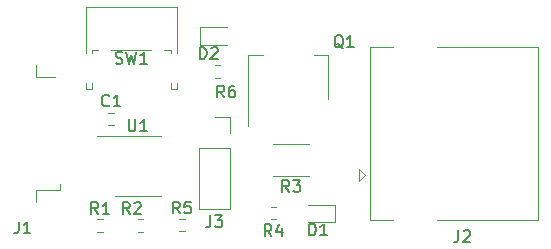
<source format=gbr>
%TF.GenerationSoftware,KiCad,Pcbnew,7.0.9*%
%TF.CreationDate,2024-04-25T13:42:10+02:00*%
%TF.ProjectId,UsbLoad,5573624c-6f61-4642-9e6b-696361645f70,rev?*%
%TF.SameCoordinates,Original*%
%TF.FileFunction,Legend,Top*%
%TF.FilePolarity,Positive*%
%FSLAX46Y46*%
G04 Gerber Fmt 4.6, Leading zero omitted, Abs format (unit mm)*
G04 Created by KiCad (PCBNEW 7.0.9) date 2024-04-25 13:42:10*
%MOMM*%
%LPD*%
G01*
G04 APERTURE LIST*
%ADD10C,0.150000*%
%ADD11C,0.120000*%
G04 APERTURE END LIST*
D10*
X83511905Y-52954819D02*
X83511905Y-51954819D01*
X83511905Y-51954819D02*
X83750000Y-51954819D01*
X83750000Y-51954819D02*
X83892857Y-52002438D01*
X83892857Y-52002438D02*
X83988095Y-52097676D01*
X83988095Y-52097676D02*
X84035714Y-52192914D01*
X84035714Y-52192914D02*
X84083333Y-52383390D01*
X84083333Y-52383390D02*
X84083333Y-52526247D01*
X84083333Y-52526247D02*
X84035714Y-52716723D01*
X84035714Y-52716723D02*
X83988095Y-52811961D01*
X83988095Y-52811961D02*
X83892857Y-52907200D01*
X83892857Y-52907200D02*
X83750000Y-52954819D01*
X83750000Y-52954819D02*
X83511905Y-52954819D01*
X84464286Y-52050057D02*
X84511905Y-52002438D01*
X84511905Y-52002438D02*
X84607143Y-51954819D01*
X84607143Y-51954819D02*
X84845238Y-51954819D01*
X84845238Y-51954819D02*
X84940476Y-52002438D01*
X84940476Y-52002438D02*
X84988095Y-52050057D01*
X84988095Y-52050057D02*
X85035714Y-52145295D01*
X85035714Y-52145295D02*
X85035714Y-52240533D01*
X85035714Y-52240533D02*
X84988095Y-52383390D01*
X84988095Y-52383390D02*
X84416667Y-52954819D01*
X84416667Y-52954819D02*
X85035714Y-52954819D01*
X85583333Y-56204819D02*
X85250000Y-55728628D01*
X85011905Y-56204819D02*
X85011905Y-55204819D01*
X85011905Y-55204819D02*
X85392857Y-55204819D01*
X85392857Y-55204819D02*
X85488095Y-55252438D01*
X85488095Y-55252438D02*
X85535714Y-55300057D01*
X85535714Y-55300057D02*
X85583333Y-55395295D01*
X85583333Y-55395295D02*
X85583333Y-55538152D01*
X85583333Y-55538152D02*
X85535714Y-55633390D01*
X85535714Y-55633390D02*
X85488095Y-55681009D01*
X85488095Y-55681009D02*
X85392857Y-55728628D01*
X85392857Y-55728628D02*
X85011905Y-55728628D01*
X86440476Y-55204819D02*
X86250000Y-55204819D01*
X86250000Y-55204819D02*
X86154762Y-55252438D01*
X86154762Y-55252438D02*
X86107143Y-55300057D01*
X86107143Y-55300057D02*
X86011905Y-55442914D01*
X86011905Y-55442914D02*
X85964286Y-55633390D01*
X85964286Y-55633390D02*
X85964286Y-56014342D01*
X85964286Y-56014342D02*
X86011905Y-56109580D01*
X86011905Y-56109580D02*
X86059524Y-56157200D01*
X86059524Y-56157200D02*
X86154762Y-56204819D01*
X86154762Y-56204819D02*
X86345238Y-56204819D01*
X86345238Y-56204819D02*
X86440476Y-56157200D01*
X86440476Y-56157200D02*
X86488095Y-56109580D01*
X86488095Y-56109580D02*
X86535714Y-56014342D01*
X86535714Y-56014342D02*
X86535714Y-55776247D01*
X86535714Y-55776247D02*
X86488095Y-55681009D01*
X86488095Y-55681009D02*
X86440476Y-55633390D01*
X86440476Y-55633390D02*
X86345238Y-55585771D01*
X86345238Y-55585771D02*
X86154762Y-55585771D01*
X86154762Y-55585771D02*
X86059524Y-55633390D01*
X86059524Y-55633390D02*
X86011905Y-55681009D01*
X86011905Y-55681009D02*
X85964286Y-55776247D01*
X75833333Y-56859580D02*
X75785714Y-56907200D01*
X75785714Y-56907200D02*
X75642857Y-56954819D01*
X75642857Y-56954819D02*
X75547619Y-56954819D01*
X75547619Y-56954819D02*
X75404762Y-56907200D01*
X75404762Y-56907200D02*
X75309524Y-56811961D01*
X75309524Y-56811961D02*
X75261905Y-56716723D01*
X75261905Y-56716723D02*
X75214286Y-56526247D01*
X75214286Y-56526247D02*
X75214286Y-56383390D01*
X75214286Y-56383390D02*
X75261905Y-56192914D01*
X75261905Y-56192914D02*
X75309524Y-56097676D01*
X75309524Y-56097676D02*
X75404762Y-56002438D01*
X75404762Y-56002438D02*
X75547619Y-55954819D01*
X75547619Y-55954819D02*
X75642857Y-55954819D01*
X75642857Y-55954819D02*
X75785714Y-56002438D01*
X75785714Y-56002438D02*
X75833333Y-56050057D01*
X76785714Y-56954819D02*
X76214286Y-56954819D01*
X76500000Y-56954819D02*
X76500000Y-55954819D01*
X76500000Y-55954819D02*
X76404762Y-56097676D01*
X76404762Y-56097676D02*
X76309524Y-56192914D01*
X76309524Y-56192914D02*
X76214286Y-56240533D01*
X74913333Y-66074819D02*
X74580000Y-65598628D01*
X74341905Y-66074819D02*
X74341905Y-65074819D01*
X74341905Y-65074819D02*
X74722857Y-65074819D01*
X74722857Y-65074819D02*
X74818095Y-65122438D01*
X74818095Y-65122438D02*
X74865714Y-65170057D01*
X74865714Y-65170057D02*
X74913333Y-65265295D01*
X74913333Y-65265295D02*
X74913333Y-65408152D01*
X74913333Y-65408152D02*
X74865714Y-65503390D01*
X74865714Y-65503390D02*
X74818095Y-65551009D01*
X74818095Y-65551009D02*
X74722857Y-65598628D01*
X74722857Y-65598628D02*
X74341905Y-65598628D01*
X75865714Y-66074819D02*
X75294286Y-66074819D01*
X75580000Y-66074819D02*
X75580000Y-65074819D01*
X75580000Y-65074819D02*
X75484762Y-65217676D01*
X75484762Y-65217676D02*
X75389524Y-65312914D01*
X75389524Y-65312914D02*
X75294286Y-65360533D01*
X77488095Y-58054819D02*
X77488095Y-58864342D01*
X77488095Y-58864342D02*
X77535714Y-58959580D01*
X77535714Y-58959580D02*
X77583333Y-59007200D01*
X77583333Y-59007200D02*
X77678571Y-59054819D01*
X77678571Y-59054819D02*
X77869047Y-59054819D01*
X77869047Y-59054819D02*
X77964285Y-59007200D01*
X77964285Y-59007200D02*
X78011904Y-58959580D01*
X78011904Y-58959580D02*
X78059523Y-58864342D01*
X78059523Y-58864342D02*
X78059523Y-58054819D01*
X79059523Y-59054819D02*
X78488095Y-59054819D01*
X78773809Y-59054819D02*
X78773809Y-58054819D01*
X78773809Y-58054819D02*
X78678571Y-58197676D01*
X78678571Y-58197676D02*
X78583333Y-58292914D01*
X78583333Y-58292914D02*
X78488095Y-58340533D01*
X68166666Y-66704819D02*
X68166666Y-67419104D01*
X68166666Y-67419104D02*
X68119047Y-67561961D01*
X68119047Y-67561961D02*
X68023809Y-67657200D01*
X68023809Y-67657200D02*
X67880952Y-67704819D01*
X67880952Y-67704819D02*
X67785714Y-67704819D01*
X69166666Y-67704819D02*
X68595238Y-67704819D01*
X68880952Y-67704819D02*
X68880952Y-66704819D01*
X68880952Y-66704819D02*
X68785714Y-66847676D01*
X68785714Y-66847676D02*
X68690476Y-66942914D01*
X68690476Y-66942914D02*
X68595238Y-66990533D01*
X81833333Y-66024819D02*
X81500000Y-65548628D01*
X81261905Y-66024819D02*
X81261905Y-65024819D01*
X81261905Y-65024819D02*
X81642857Y-65024819D01*
X81642857Y-65024819D02*
X81738095Y-65072438D01*
X81738095Y-65072438D02*
X81785714Y-65120057D01*
X81785714Y-65120057D02*
X81833333Y-65215295D01*
X81833333Y-65215295D02*
X81833333Y-65358152D01*
X81833333Y-65358152D02*
X81785714Y-65453390D01*
X81785714Y-65453390D02*
X81738095Y-65501009D01*
X81738095Y-65501009D02*
X81642857Y-65548628D01*
X81642857Y-65548628D02*
X81261905Y-65548628D01*
X82738095Y-65024819D02*
X82261905Y-65024819D01*
X82261905Y-65024819D02*
X82214286Y-65501009D01*
X82214286Y-65501009D02*
X82261905Y-65453390D01*
X82261905Y-65453390D02*
X82357143Y-65405771D01*
X82357143Y-65405771D02*
X82595238Y-65405771D01*
X82595238Y-65405771D02*
X82690476Y-65453390D01*
X82690476Y-65453390D02*
X82738095Y-65501009D01*
X82738095Y-65501009D02*
X82785714Y-65596247D01*
X82785714Y-65596247D02*
X82785714Y-65834342D01*
X82785714Y-65834342D02*
X82738095Y-65929580D01*
X82738095Y-65929580D02*
X82690476Y-65977200D01*
X82690476Y-65977200D02*
X82595238Y-66024819D01*
X82595238Y-66024819D02*
X82357143Y-66024819D01*
X82357143Y-66024819D02*
X82261905Y-65977200D01*
X82261905Y-65977200D02*
X82214286Y-65929580D01*
X77583333Y-66074819D02*
X77250000Y-65598628D01*
X77011905Y-66074819D02*
X77011905Y-65074819D01*
X77011905Y-65074819D02*
X77392857Y-65074819D01*
X77392857Y-65074819D02*
X77488095Y-65122438D01*
X77488095Y-65122438D02*
X77535714Y-65170057D01*
X77535714Y-65170057D02*
X77583333Y-65265295D01*
X77583333Y-65265295D02*
X77583333Y-65408152D01*
X77583333Y-65408152D02*
X77535714Y-65503390D01*
X77535714Y-65503390D02*
X77488095Y-65551009D01*
X77488095Y-65551009D02*
X77392857Y-65598628D01*
X77392857Y-65598628D02*
X77011905Y-65598628D01*
X77964286Y-65170057D02*
X78011905Y-65122438D01*
X78011905Y-65122438D02*
X78107143Y-65074819D01*
X78107143Y-65074819D02*
X78345238Y-65074819D01*
X78345238Y-65074819D02*
X78440476Y-65122438D01*
X78440476Y-65122438D02*
X78488095Y-65170057D01*
X78488095Y-65170057D02*
X78535714Y-65265295D01*
X78535714Y-65265295D02*
X78535714Y-65360533D01*
X78535714Y-65360533D02*
X78488095Y-65503390D01*
X78488095Y-65503390D02*
X77916667Y-66074819D01*
X77916667Y-66074819D02*
X78535714Y-66074819D01*
X91083333Y-64204819D02*
X90750000Y-63728628D01*
X90511905Y-64204819D02*
X90511905Y-63204819D01*
X90511905Y-63204819D02*
X90892857Y-63204819D01*
X90892857Y-63204819D02*
X90988095Y-63252438D01*
X90988095Y-63252438D02*
X91035714Y-63300057D01*
X91035714Y-63300057D02*
X91083333Y-63395295D01*
X91083333Y-63395295D02*
X91083333Y-63538152D01*
X91083333Y-63538152D02*
X91035714Y-63633390D01*
X91035714Y-63633390D02*
X90988095Y-63681009D01*
X90988095Y-63681009D02*
X90892857Y-63728628D01*
X90892857Y-63728628D02*
X90511905Y-63728628D01*
X91416667Y-63204819D02*
X92035714Y-63204819D01*
X92035714Y-63204819D02*
X91702381Y-63585771D01*
X91702381Y-63585771D02*
X91845238Y-63585771D01*
X91845238Y-63585771D02*
X91940476Y-63633390D01*
X91940476Y-63633390D02*
X91988095Y-63681009D01*
X91988095Y-63681009D02*
X92035714Y-63776247D01*
X92035714Y-63776247D02*
X92035714Y-64014342D01*
X92035714Y-64014342D02*
X91988095Y-64109580D01*
X91988095Y-64109580D02*
X91940476Y-64157200D01*
X91940476Y-64157200D02*
X91845238Y-64204819D01*
X91845238Y-64204819D02*
X91559524Y-64204819D01*
X91559524Y-64204819D02*
X91464286Y-64157200D01*
X91464286Y-64157200D02*
X91416667Y-64109580D01*
X95654761Y-52050057D02*
X95559523Y-52002438D01*
X95559523Y-52002438D02*
X95464285Y-51907200D01*
X95464285Y-51907200D02*
X95321428Y-51764342D01*
X95321428Y-51764342D02*
X95226190Y-51716723D01*
X95226190Y-51716723D02*
X95130952Y-51716723D01*
X95178571Y-51954819D02*
X95083333Y-51907200D01*
X95083333Y-51907200D02*
X94988095Y-51811961D01*
X94988095Y-51811961D02*
X94940476Y-51621485D01*
X94940476Y-51621485D02*
X94940476Y-51288152D01*
X94940476Y-51288152D02*
X94988095Y-51097676D01*
X94988095Y-51097676D02*
X95083333Y-51002438D01*
X95083333Y-51002438D02*
X95178571Y-50954819D01*
X95178571Y-50954819D02*
X95369047Y-50954819D01*
X95369047Y-50954819D02*
X95464285Y-51002438D01*
X95464285Y-51002438D02*
X95559523Y-51097676D01*
X95559523Y-51097676D02*
X95607142Y-51288152D01*
X95607142Y-51288152D02*
X95607142Y-51621485D01*
X95607142Y-51621485D02*
X95559523Y-51811961D01*
X95559523Y-51811961D02*
X95464285Y-51907200D01*
X95464285Y-51907200D02*
X95369047Y-51954819D01*
X95369047Y-51954819D02*
X95178571Y-51954819D01*
X96559523Y-51954819D02*
X95988095Y-51954819D01*
X96273809Y-51954819D02*
X96273809Y-50954819D01*
X96273809Y-50954819D02*
X96178571Y-51097676D01*
X96178571Y-51097676D02*
X96083333Y-51192914D01*
X96083333Y-51192914D02*
X95988095Y-51240533D01*
X84416666Y-66189819D02*
X84416666Y-66904104D01*
X84416666Y-66904104D02*
X84369047Y-67046961D01*
X84369047Y-67046961D02*
X84273809Y-67142200D01*
X84273809Y-67142200D02*
X84130952Y-67189819D01*
X84130952Y-67189819D02*
X84035714Y-67189819D01*
X84797619Y-66189819D02*
X85416666Y-66189819D01*
X85416666Y-66189819D02*
X85083333Y-66570771D01*
X85083333Y-66570771D02*
X85226190Y-66570771D01*
X85226190Y-66570771D02*
X85321428Y-66618390D01*
X85321428Y-66618390D02*
X85369047Y-66666009D01*
X85369047Y-66666009D02*
X85416666Y-66761247D01*
X85416666Y-66761247D02*
X85416666Y-66999342D01*
X85416666Y-66999342D02*
X85369047Y-67094580D01*
X85369047Y-67094580D02*
X85321428Y-67142200D01*
X85321428Y-67142200D02*
X85226190Y-67189819D01*
X85226190Y-67189819D02*
X84940476Y-67189819D01*
X84940476Y-67189819D02*
X84845238Y-67142200D01*
X84845238Y-67142200D02*
X84797619Y-67094580D01*
X92761905Y-67884819D02*
X92761905Y-66884819D01*
X92761905Y-66884819D02*
X93000000Y-66884819D01*
X93000000Y-66884819D02*
X93142857Y-66932438D01*
X93142857Y-66932438D02*
X93238095Y-67027676D01*
X93238095Y-67027676D02*
X93285714Y-67122914D01*
X93285714Y-67122914D02*
X93333333Y-67313390D01*
X93333333Y-67313390D02*
X93333333Y-67456247D01*
X93333333Y-67456247D02*
X93285714Y-67646723D01*
X93285714Y-67646723D02*
X93238095Y-67741961D01*
X93238095Y-67741961D02*
X93142857Y-67837200D01*
X93142857Y-67837200D02*
X93000000Y-67884819D01*
X93000000Y-67884819D02*
X92761905Y-67884819D01*
X94285714Y-67884819D02*
X93714286Y-67884819D01*
X94000000Y-67884819D02*
X94000000Y-66884819D01*
X94000000Y-66884819D02*
X93904762Y-67027676D01*
X93904762Y-67027676D02*
X93809524Y-67122914D01*
X93809524Y-67122914D02*
X93714286Y-67170533D01*
X76391667Y-53299700D02*
X76534524Y-53347319D01*
X76534524Y-53347319D02*
X76772619Y-53347319D01*
X76772619Y-53347319D02*
X76867857Y-53299700D01*
X76867857Y-53299700D02*
X76915476Y-53252080D01*
X76915476Y-53252080D02*
X76963095Y-53156842D01*
X76963095Y-53156842D02*
X76963095Y-53061604D01*
X76963095Y-53061604D02*
X76915476Y-52966366D01*
X76915476Y-52966366D02*
X76867857Y-52918747D01*
X76867857Y-52918747D02*
X76772619Y-52871128D01*
X76772619Y-52871128D02*
X76582143Y-52823509D01*
X76582143Y-52823509D02*
X76486905Y-52775890D01*
X76486905Y-52775890D02*
X76439286Y-52728271D01*
X76439286Y-52728271D02*
X76391667Y-52633033D01*
X76391667Y-52633033D02*
X76391667Y-52537795D01*
X76391667Y-52537795D02*
X76439286Y-52442557D01*
X76439286Y-52442557D02*
X76486905Y-52394938D01*
X76486905Y-52394938D02*
X76582143Y-52347319D01*
X76582143Y-52347319D02*
X76820238Y-52347319D01*
X76820238Y-52347319D02*
X76963095Y-52394938D01*
X77296429Y-52347319D02*
X77534524Y-53347319D01*
X77534524Y-53347319D02*
X77725000Y-52633033D01*
X77725000Y-52633033D02*
X77915476Y-53347319D01*
X77915476Y-53347319D02*
X78153572Y-52347319D01*
X79058333Y-53347319D02*
X78486905Y-53347319D01*
X78772619Y-53347319D02*
X78772619Y-52347319D01*
X78772619Y-52347319D02*
X78677381Y-52490176D01*
X78677381Y-52490176D02*
X78582143Y-52585414D01*
X78582143Y-52585414D02*
X78486905Y-52633033D01*
X89583333Y-67954819D02*
X89250000Y-67478628D01*
X89011905Y-67954819D02*
X89011905Y-66954819D01*
X89011905Y-66954819D02*
X89392857Y-66954819D01*
X89392857Y-66954819D02*
X89488095Y-67002438D01*
X89488095Y-67002438D02*
X89535714Y-67050057D01*
X89535714Y-67050057D02*
X89583333Y-67145295D01*
X89583333Y-67145295D02*
X89583333Y-67288152D01*
X89583333Y-67288152D02*
X89535714Y-67383390D01*
X89535714Y-67383390D02*
X89488095Y-67431009D01*
X89488095Y-67431009D02*
X89392857Y-67478628D01*
X89392857Y-67478628D02*
X89011905Y-67478628D01*
X90440476Y-67288152D02*
X90440476Y-67954819D01*
X90202381Y-66907200D02*
X89964286Y-67621485D01*
X89964286Y-67621485D02*
X90583333Y-67621485D01*
X105416666Y-67454819D02*
X105416666Y-68169104D01*
X105416666Y-68169104D02*
X105369047Y-68311961D01*
X105369047Y-68311961D02*
X105273809Y-68407200D01*
X105273809Y-68407200D02*
X105130952Y-68454819D01*
X105130952Y-68454819D02*
X105035714Y-68454819D01*
X105845238Y-67550057D02*
X105892857Y-67502438D01*
X105892857Y-67502438D02*
X105988095Y-67454819D01*
X105988095Y-67454819D02*
X106226190Y-67454819D01*
X106226190Y-67454819D02*
X106321428Y-67502438D01*
X106321428Y-67502438D02*
X106369047Y-67550057D01*
X106369047Y-67550057D02*
X106416666Y-67645295D01*
X106416666Y-67645295D02*
X106416666Y-67740533D01*
X106416666Y-67740533D02*
X106369047Y-67883390D01*
X106369047Y-67883390D02*
X105797619Y-68454819D01*
X105797619Y-68454819D02*
X106416666Y-68454819D01*
D11*
%TO.C,D2*%
X83515000Y-50265000D02*
X83515000Y-51735000D01*
X83515000Y-51735000D02*
X85800000Y-51735000D01*
X85800000Y-50265000D02*
X83515000Y-50265000D01*
%TO.C,R6*%
X84762742Y-53477500D02*
X85237258Y-53477500D01*
X84762742Y-54522500D02*
X85237258Y-54522500D01*
%TO.C,C1*%
X76237258Y-58522500D02*
X75762742Y-58522500D01*
X76237258Y-57477500D02*
X75762742Y-57477500D01*
%TO.C,R1*%
X74842742Y-66527500D02*
X75317258Y-66527500D01*
X74842742Y-67572500D02*
X75317258Y-67572500D01*
%TO.C,U1*%
X78250000Y-59440000D02*
X74800000Y-59440000D01*
X78250000Y-59440000D02*
X80200000Y-59440000D01*
X78250000Y-64560000D02*
X76300000Y-64560000D01*
X78250000Y-64560000D02*
X80200000Y-64560000D01*
%TO.C,J1*%
X71710000Y-64000000D02*
X71710000Y-63540000D01*
X71710000Y-64000000D02*
X69610000Y-64000000D01*
X71230000Y-54500000D02*
X69610000Y-54500000D01*
X69610000Y-65040000D02*
X69610000Y-64000000D01*
X69610000Y-54500000D02*
X69610000Y-53460000D01*
%TO.C,R5*%
X81762742Y-66477500D02*
X82237258Y-66477500D01*
X81762742Y-67522500D02*
X82237258Y-67522500D01*
%TO.C,R2*%
X78272742Y-66527500D02*
X78747258Y-66527500D01*
X78272742Y-67572500D02*
X78747258Y-67572500D01*
%TO.C,R3*%
X89722936Y-60140000D02*
X92777064Y-60140000D01*
X89722936Y-62860000D02*
X92777064Y-62860000D01*
%TO.C,Q1*%
X87590000Y-58600000D02*
X87590000Y-52590000D01*
X94410000Y-56350000D02*
X94410000Y-52590000D01*
X87590000Y-52590000D02*
X88850000Y-52590000D01*
X94410000Y-52590000D02*
X93150000Y-52590000D01*
%TO.C,J3*%
X83445000Y-60480000D02*
X83445000Y-65620000D01*
X83445000Y-60480000D02*
X86105000Y-60480000D01*
X83445000Y-65620000D02*
X86105000Y-65620000D01*
X84775000Y-57880000D02*
X86105000Y-57880000D01*
X86105000Y-57880000D02*
X86105000Y-59210000D01*
X86105000Y-60480000D02*
X86105000Y-65620000D01*
%TO.C,D1*%
X94985000Y-66735000D02*
X94985000Y-65265000D01*
X94985000Y-65265000D02*
X92700000Y-65265000D01*
X92700000Y-66735000D02*
X94985000Y-66735000D01*
%TO.C,SW1*%
X73865000Y-48512500D02*
X73865000Y-52412500D01*
X73865000Y-48512500D02*
X81585000Y-48512500D01*
X73865000Y-55012500D02*
X73865000Y-55522500D01*
X73865000Y-55522500D02*
X74385000Y-55522500D01*
X74385000Y-52182500D02*
X74385000Y-52412500D01*
X74385000Y-52182500D02*
X74925000Y-52182500D01*
X74385000Y-55012500D02*
X74385000Y-55522500D01*
X76025000Y-52182500D02*
X79425000Y-52182500D01*
X80525000Y-52182500D02*
X81065000Y-52182500D01*
X81065000Y-52182500D02*
X81065000Y-52412500D01*
X81065000Y-55012500D02*
X81065000Y-55522500D01*
X81065000Y-55522500D02*
X81585000Y-55522500D01*
X81585000Y-48512500D02*
X81585000Y-52412500D01*
X81585000Y-55012500D02*
X81585000Y-55522500D01*
%TO.C,R4*%
X89512742Y-65477500D02*
X89987258Y-65477500D01*
X89512742Y-66522500D02*
X89987258Y-66522500D01*
%TO.C,J2*%
X97902500Y-66610000D02*
X99882500Y-66610000D01*
X97902500Y-66610000D02*
X97902500Y-51890000D01*
X103582500Y-66610000D02*
X112122500Y-66610000D01*
X112122500Y-66610000D02*
X112122500Y-51890000D01*
X97022500Y-63250000D02*
X97522500Y-62750000D01*
X97522500Y-62750000D02*
X97022500Y-62250000D01*
X97022500Y-62250000D02*
X97022500Y-63250000D01*
X99882500Y-51890000D02*
X97902500Y-51890000D01*
X103582500Y-51890000D02*
X112122500Y-51890000D01*
%TD*%
M02*

</source>
